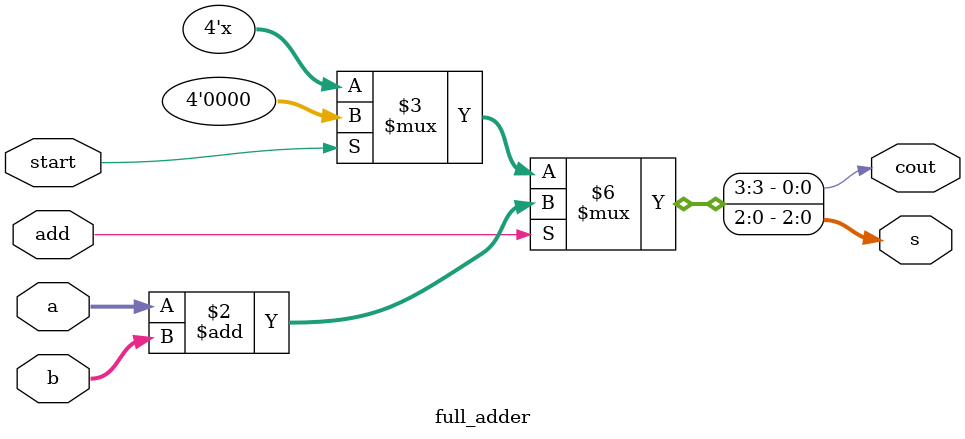
<source format=v>
`timescale 1ns / 1ps


module full_adder
#(parameter WIDTH = 3)
(
    input start,
    input add,
    input [(WIDTH - 1):0] a,
    input [(WIDTH - 1):0] b,
    output reg [(WIDTH - 1):0] s,
    output reg cout
);
    
    always @ (start or add) begin
        if (add) begin
            {cout, s} <= a + b;
        end
        else if (start) begin
            {cout, s} <= {(WIDTH+1){1'b0}};
        end

    end
endmodule

</source>
